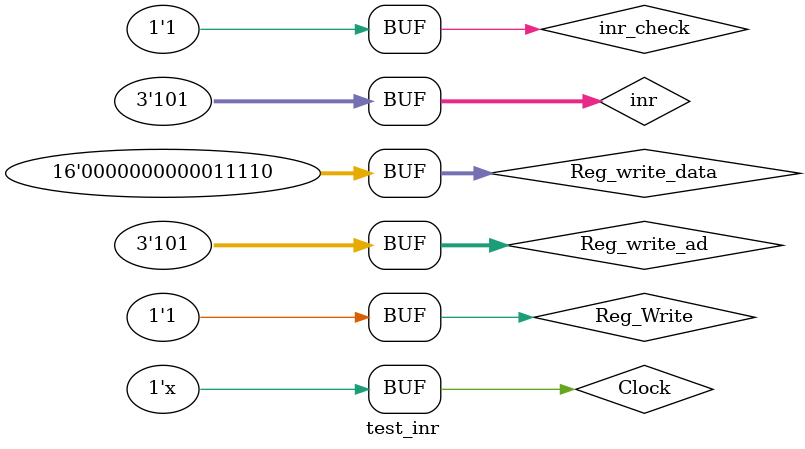
<source format=v>
`timescale 1ns / 1ps

module test_inr;

parameter N=16;
parameter M=3;

reg Reg_Write;
reg [M-1:0] Reg_write_ad;
reg [N-1:0] Reg_write_data;
reg Clock;
reg inr_check;
reg [2:0] inr;
wire [N-1:0] outvalue;
reg [M-1:0] Reg_read_ad_1;
reg [M-1:0] Reg_read_ad_2;

Register_File rf2 (
         .Reg_Write(Reg_Write),
         .Reg_write_ad(Reg_write_ad),
         .Clock(Clock),
         .Reg_write_data(Reg_write_data),
         .inr_check(inr_check),
         .inr(inr),
         .outvalue(outvalue),
         .Reg_read_ad_1(Reg_read_ad_1),
         .Reg_read_ad_2(Reg_read_ad_2)
);

always

begin 
    #5 Clock=~Clock;
end 
 
initial 
    
    begin
    #0 inr=0;
    #0 inr_check=1;
    #0 Clock=0;
    #0 Reg_Write=1;
    #0 Reg_write_ad = 0;
    #0 Reg_write_data=20;
    #9 Reg_write_ad = 1;
    #0 Reg_write_data=10;
    #9 Reg_write_ad = 5;
    #0 Reg_write_data = 30;
    #5 inr=0;
    #5 inr=1;
    #5 inr=5;
    end
    
endmodule

</source>
